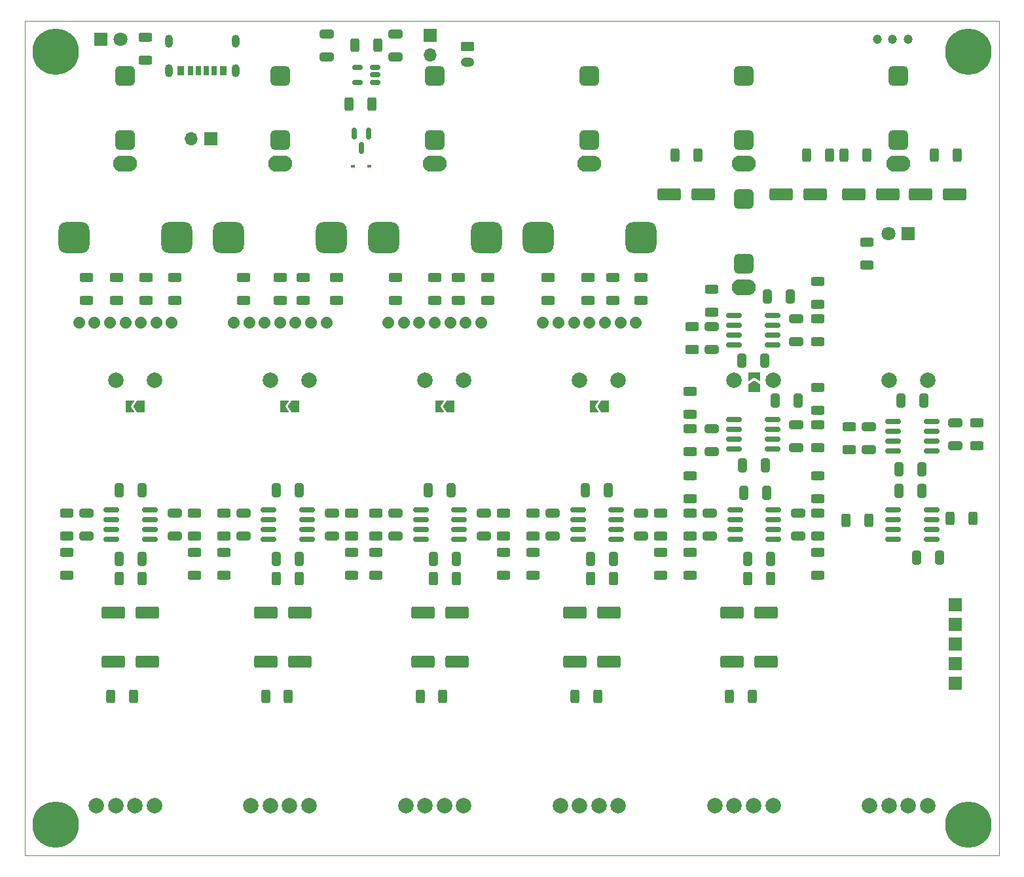
<source format=gbr>
G04 #@! TF.GenerationSoftware,KiCad,Pcbnew,(6.0.7)*
G04 #@! TF.CreationDate,2022-08-25T22:48:20+02:00*
G04 #@! TF.ProjectId,mixerli,6d697865-726c-4692-9e6b-696361645f70,rev?*
G04 #@! TF.SameCoordinates,Original*
G04 #@! TF.FileFunction,Soldermask,Bot*
G04 #@! TF.FilePolarity,Negative*
%FSLAX46Y46*%
G04 Gerber Fmt 4.6, Leading zero omitted, Abs format (unit mm)*
G04 Created by KiCad (PCBNEW (6.0.7)) date 2022-08-25 22:48:20*
%MOMM*%
%LPD*%
G01*
G04 APERTURE LIST*
G04 Aperture macros list*
%AMRoundRect*
0 Rectangle with rounded corners*
0 $1 Rounding radius*
0 $2 $3 $4 $5 $6 $7 $8 $9 X,Y pos of 4 corners*
0 Add a 4 corners polygon primitive as box body*
4,1,4,$2,$3,$4,$5,$6,$7,$8,$9,$2,$3,0*
0 Add four circle primitives for the rounded corners*
1,1,$1+$1,$2,$3*
1,1,$1+$1,$4,$5*
1,1,$1+$1,$6,$7*
1,1,$1+$1,$8,$9*
0 Add four rect primitives between the rounded corners*
20,1,$1+$1,$2,$3,$4,$5,0*
20,1,$1+$1,$4,$5,$6,$7,0*
20,1,$1+$1,$6,$7,$8,$9,0*
20,1,$1+$1,$8,$9,$2,$3,0*%
%AMFreePoly0*
4,1,30,0.174003,0.741867,0.334039,0.684881,0.477472,0.593856,0.597174,0.473315,0.687196,0.329249,0.743064,0.168820,0.762000,0.000000,0.761703,-0.021276,0.738060,-0.189502,0.677735,-0.348309,0.583726,-0.489804,0.460705,-0.606956,0.314786,-0.693941,0.153221,-0.746436,-0.015958,-0.761833,-0.184344,-0.739365,-0.343569,-0.680150,-0.485717,-0.587131,-0.603725,-0.464931,-0.691726,-0.319622,
-0.745348,-0.158429,-0.761926,0.010639,-0.740634,0.179178,-0.682532,0.338812,-0.590508,0.481606,-0.469134,0.600464,-0.324444,0.689478,-0.163628,0.744224,0.005320,0.761981,0.174003,0.741867,0.174003,0.741867,$1*%
%AMFreePoly1*
4,1,6,1.000000,0.000000,0.500000,-0.750000,-0.500000,-0.750000,-0.500000,0.750000,0.500000,0.750000,1.000000,0.000000,1.000000,0.000000,$1*%
%AMFreePoly2*
4,1,6,0.500000,-0.750000,-0.650000,-0.750000,-0.150000,0.000000,-0.650000,0.750000,0.500000,0.750000,0.500000,-0.750000,0.500000,-0.750000,$1*%
G04 Aperture macros list end*
G04 #@! TA.AperFunction,Profile*
%ADD10C,0.100000*%
G04 #@! TD*
%ADD11RoundRect,0.650000X-0.650000X-0.650000X0.650000X-0.650000X0.650000X0.650000X-0.650000X0.650000X0*%
%ADD12O,3.100000X2.100000*%
%ADD13C,2.000000*%
%ADD14R,1.800000X1.800000*%
%ADD15C,1.800000*%
%ADD16RoundRect,1.000000X-1.000000X-1.000000X1.000000X-1.000000X1.000000X1.000000X-1.000000X1.000000X0*%
%ADD17FreePoly0,0.000000*%
%ADD18R,1.700000X1.700000*%
%ADD19O,1.700000X1.700000*%
%ADD20C,6.000000*%
%ADD21RoundRect,0.250000X0.650000X-0.325000X0.650000X0.325000X-0.650000X0.325000X-0.650000X-0.325000X0*%
%ADD22RoundRect,0.250000X0.325000X0.650000X-0.325000X0.650000X-0.325000X-0.650000X0.325000X-0.650000X0*%
%ADD23RoundRect,0.250000X-0.325000X-0.650000X0.325000X-0.650000X0.325000X0.650000X-0.325000X0.650000X0*%
%ADD24RoundRect,0.250000X-0.650000X0.325000X-0.650000X-0.325000X0.650000X-0.325000X0.650000X0.325000X0*%
%ADD25RoundRect,0.250000X1.250000X0.550000X-1.250000X0.550000X-1.250000X-0.550000X1.250000X-0.550000X0*%
%ADD26RoundRect,0.250000X-1.250000X-0.550000X1.250000X-0.550000X1.250000X0.550000X-1.250000X0.550000X0*%
%ADD27RoundRect,0.250000X-0.625000X0.312500X-0.625000X-0.312500X0.625000X-0.312500X0.625000X0.312500X0*%
%ADD28RoundRect,0.250000X0.312500X0.625000X-0.312500X0.625000X-0.312500X-0.625000X0.312500X-0.625000X0*%
%ADD29RoundRect,0.250000X-0.312500X-0.625000X0.312500X-0.625000X0.312500X0.625000X-0.312500X0.625000X0*%
%ADD30RoundRect,0.250000X0.625000X-0.312500X0.625000X0.312500X-0.625000X0.312500X-0.625000X-0.312500X0*%
%ADD31RoundRect,0.150000X0.825000X0.150000X-0.825000X0.150000X-0.825000X-0.150000X0.825000X-0.150000X0*%
%ADD32RoundRect,0.150000X0.512500X0.150000X-0.512500X0.150000X-0.512500X-0.150000X0.512500X-0.150000X0*%
%ADD33R,0.700000X1.150000*%
%ADD34R,0.800000X1.150000*%
%ADD35R,0.900000X1.150000*%
%ADD36O,1.000000X1.700000*%
%ADD37FreePoly1,180.000000*%
%ADD38FreePoly2,180.000000*%
%ADD39FreePoly1,90.000000*%
%ADD40FreePoly2,90.000000*%
%ADD41RoundRect,0.250000X-0.625000X0.350000X-0.625000X-0.350000X0.625000X-0.350000X0.625000X0.350000X0*%
%ADD42O,1.750000X1.200000*%
%ADD43RoundRect,0.150000X-0.150000X0.587500X-0.150000X-0.587500X0.150000X-0.587500X0.150000X0.587500X0*%
%ADD44R,0.600000X0.450000*%
%ADD45C,1.200000*%
G04 APERTURE END LIST*
D10*
X14000000Y-88000000D02*
X14000000Y-196000000D01*
X140000000Y-88000000D02*
X14000000Y-88000000D01*
X14000000Y-196000000D02*
X140000000Y-196000000D01*
X140000000Y-88000000D02*
X140000000Y-196000000D01*
D11*
X107000000Y-119380000D03*
D12*
X107000000Y-122480000D03*
D11*
X107000000Y-111080000D03*
X127000000Y-103380000D03*
D12*
X127000000Y-106480000D03*
D11*
X127000000Y-95080000D03*
D13*
X125750000Y-189500000D03*
X123250000Y-189500000D03*
X125750000Y-134500000D03*
X130750000Y-189500000D03*
X128250000Y-189500000D03*
X130750000Y-134500000D03*
D14*
X23855000Y-90422000D03*
D15*
X26395000Y-90422000D03*
D14*
X128254000Y-115568000D03*
D15*
X125714000Y-115568000D03*
D11*
X47000000Y-103380000D03*
D12*
X47000000Y-106480000D03*
D11*
X47000000Y-95080000D03*
X67000000Y-103380000D03*
D12*
X67000000Y-106480000D03*
D11*
X67000000Y-95080000D03*
X87000000Y-103380000D03*
D12*
X87000000Y-106480000D03*
D11*
X87000000Y-95080000D03*
X107000000Y-103380000D03*
D12*
X107000000Y-106480000D03*
D11*
X107000000Y-95080000D03*
D13*
X45750000Y-189500000D03*
X43250000Y-189500000D03*
X45750000Y-134500000D03*
X50750000Y-189500000D03*
X48250000Y-189500000D03*
X50750000Y-134500000D03*
X65750000Y-189500000D03*
X63250000Y-189500000D03*
X65750000Y-134500000D03*
X70750000Y-189500000D03*
X68250000Y-189500000D03*
X70750000Y-134500000D03*
X85750000Y-189500000D03*
X83250000Y-189500000D03*
X85750000Y-134500000D03*
X90750000Y-189500000D03*
X88250000Y-189500000D03*
X90750000Y-134500000D03*
X105750000Y-189500000D03*
X103250000Y-189500000D03*
X105750000Y-134500000D03*
X110750000Y-189500000D03*
X108250000Y-189500000D03*
X110750000Y-134500000D03*
D11*
X27000000Y-103380000D03*
D12*
X27000000Y-106480000D03*
D11*
X27000000Y-95080000D03*
D13*
X25750000Y-189500000D03*
X23250000Y-189500000D03*
X25750000Y-134500000D03*
X30750000Y-189500000D03*
X28250000Y-189500000D03*
X30750000Y-134500000D03*
D16*
X33670000Y-116034000D03*
D17*
X21020000Y-127034000D03*
X33020000Y-127034000D03*
D16*
X20370000Y-116034000D03*
D17*
X23020000Y-127034000D03*
X27020000Y-127034000D03*
X31020000Y-127034000D03*
X25020000Y-127034000D03*
X29020000Y-127034000D03*
D16*
X53670000Y-116034000D03*
X40370000Y-116034000D03*
D17*
X41020000Y-127034000D03*
X53020000Y-127034000D03*
X43020000Y-127034000D03*
X47020000Y-127034000D03*
X51020000Y-127034000D03*
X45020000Y-127034000D03*
X49020000Y-127034000D03*
D16*
X60370000Y-116034000D03*
X73670000Y-116034000D03*
D17*
X61020000Y-127034000D03*
X73020000Y-127034000D03*
X63020000Y-127034000D03*
X67020000Y-127034000D03*
X71020000Y-127034000D03*
X65020000Y-127034000D03*
X69020000Y-127034000D03*
X93020000Y-127034000D03*
D16*
X93670000Y-116034000D03*
D17*
X81020000Y-127034000D03*
D16*
X80370000Y-116034000D03*
D17*
X83020000Y-127034000D03*
X87020000Y-127034000D03*
X91020000Y-127034000D03*
X85020000Y-127034000D03*
X89020000Y-127034000D03*
D18*
X38084000Y-103249000D03*
D19*
X35544000Y-103249000D03*
D20*
X18000000Y-192000000D03*
X18000000Y-92000000D03*
X136000000Y-192000000D03*
X136000000Y-92000000D03*
D21*
X113776000Y-143205000D03*
X113776000Y-140255000D03*
D22*
X109790000Y-145540000D03*
X106840000Y-145540000D03*
D23*
X111031000Y-137158000D03*
X113981000Y-137158000D03*
D21*
X113776000Y-129489000D03*
X113776000Y-126539000D03*
X102854000Y-130505000D03*
X102854000Y-127555000D03*
D24*
X134350000Y-140001000D03*
X134350000Y-142951000D03*
D21*
X123174000Y-143459000D03*
X123174000Y-140509000D03*
D25*
X116230000Y-110488000D03*
X111830000Y-110488000D03*
X101752000Y-110488000D03*
X97352000Y-110488000D03*
D22*
X129983000Y-146048000D03*
X127033000Y-146048000D03*
D23*
X127287000Y-137158000D03*
X130237000Y-137158000D03*
X129319000Y-157478000D03*
X132269000Y-157478000D03*
X127033000Y-148842000D03*
X129983000Y-148842000D03*
D25*
X134264000Y-110488000D03*
X129864000Y-110488000D03*
X125628000Y-110488000D03*
X121228000Y-110488000D03*
D26*
X45155000Y-164590000D03*
X49555000Y-164590000D03*
D25*
X49555000Y-170940000D03*
X45155000Y-170940000D03*
D24*
X21955000Y-151685000D03*
X21955000Y-154635000D03*
X53705000Y-151685000D03*
X53705000Y-154635000D03*
D22*
X29145000Y-157605000D03*
X26195000Y-157605000D03*
X49465000Y-157605000D03*
X46515000Y-157605000D03*
D23*
X26195000Y-148715000D03*
X29145000Y-148715000D03*
X46515000Y-148715000D03*
X49465000Y-148715000D03*
D26*
X65475000Y-164590000D03*
X69875000Y-164590000D03*
D25*
X69875000Y-170940000D03*
X65475000Y-170940000D03*
D24*
X73390000Y-151685000D03*
X73390000Y-154635000D03*
X61960000Y-151685000D03*
X61960000Y-154635000D03*
D22*
X69785000Y-157605000D03*
X66835000Y-157605000D03*
D23*
X66200000Y-148715000D03*
X69150000Y-148715000D03*
D26*
X85160000Y-164590000D03*
X89560000Y-164590000D03*
D25*
X89560000Y-170940000D03*
X85160000Y-170940000D03*
D24*
X93710000Y-151685000D03*
X93710000Y-154635000D03*
X82280000Y-151685000D03*
X82280000Y-154635000D03*
D22*
X90105000Y-157605000D03*
X87155000Y-157605000D03*
D23*
X86520000Y-148715000D03*
X89470000Y-148715000D03*
D26*
X105480000Y-164590000D03*
X109880000Y-164590000D03*
D25*
X109880000Y-170940000D03*
X105480000Y-170940000D03*
D24*
X114030000Y-151685000D03*
X114030000Y-154635000D03*
X102600000Y-151685000D03*
X102600000Y-154635000D03*
D22*
X110425000Y-157605000D03*
X107475000Y-157605000D03*
D23*
X106967000Y-149096000D03*
X109917000Y-149096000D03*
D21*
X53070000Y-92659000D03*
X53070000Y-89709000D03*
X61960000Y-92659000D03*
X61960000Y-89709000D03*
D27*
X116570000Y-140267500D03*
X116570000Y-143192500D03*
X100060000Y-140775500D03*
X100060000Y-143700500D03*
X116570000Y-135441500D03*
X116570000Y-138366500D03*
X100060000Y-135949500D03*
X100060000Y-138874500D03*
X116570000Y-126551500D03*
X116570000Y-129476500D03*
X100314000Y-127567500D03*
X100314000Y-130492500D03*
X116570000Y-121725500D03*
X116570000Y-124650500D03*
X102854000Y-122741500D03*
X102854000Y-125666500D03*
X137144000Y-140013500D03*
X137144000Y-142938500D03*
X120634000Y-140521500D03*
X120634000Y-143446500D03*
D28*
X118032500Y-105408000D03*
X115107500Y-105408000D03*
X136574500Y-152398000D03*
X133649500Y-152398000D03*
D29*
X120187500Y-152652000D03*
X123112500Y-152652000D03*
D28*
X134542500Y-105408000D03*
X131617500Y-105408000D03*
D29*
X119933500Y-105408000D03*
X122858500Y-105408000D03*
D27*
X35925000Y-156777500D03*
X35925000Y-159702500D03*
X19415000Y-156777500D03*
X19415000Y-159702500D03*
X56245000Y-156777500D03*
X56245000Y-159702500D03*
X39735000Y-156777500D03*
X39735000Y-159702500D03*
D29*
X26207500Y-160145000D03*
X29132500Y-160145000D03*
X46527500Y-160145000D03*
X49452500Y-160145000D03*
D28*
X48062500Y-175385000D03*
X45137500Y-175385000D03*
D27*
X35925000Y-151697500D03*
X35925000Y-154622500D03*
X19415000Y-151697500D03*
X19415000Y-154622500D03*
X56245000Y-151697500D03*
X56245000Y-154622500D03*
X75930000Y-156777500D03*
X75930000Y-159702500D03*
X59420000Y-156777500D03*
X59420000Y-159702500D03*
D29*
X66847500Y-160145000D03*
X69772500Y-160145000D03*
D28*
X68062500Y-175385000D03*
X65137500Y-175385000D03*
D27*
X75930000Y-151697500D03*
X75930000Y-154622500D03*
X59420000Y-151697500D03*
X59420000Y-154622500D03*
D30*
X21955000Y-124142500D03*
X21955000Y-121217500D03*
X33385000Y-124142500D03*
X33385000Y-121217500D03*
X25892000Y-124142500D03*
X25892000Y-121217500D03*
X29702000Y-124142500D03*
X29702000Y-121217500D03*
X42275000Y-124142500D03*
X42275000Y-121217500D03*
X54340000Y-124142500D03*
X54340000Y-121217500D03*
X47037500Y-124142500D03*
X47037500Y-121217500D03*
X50022000Y-124142500D03*
X50022000Y-121217500D03*
X61960000Y-124142500D03*
X61960000Y-121217500D03*
X73898000Y-124142500D03*
X73898000Y-121217500D03*
X66976500Y-124142500D03*
X66976500Y-121217500D03*
X70024500Y-124142500D03*
X70024500Y-121217500D03*
X81645000Y-124142500D03*
X81645000Y-121217500D03*
X93710000Y-124142500D03*
X93710000Y-121217500D03*
X86852000Y-124142500D03*
X86852000Y-121217500D03*
X90027000Y-124142500D03*
X90027000Y-121217500D03*
X116570000Y-149796500D03*
X116570000Y-146871500D03*
X100060000Y-149796500D03*
X100060000Y-146871500D03*
D27*
X96250000Y-156777500D03*
X96250000Y-159702500D03*
X79740000Y-156777500D03*
X79740000Y-159702500D03*
D29*
X87167500Y-160145000D03*
X90092500Y-160145000D03*
D28*
X88062500Y-175385000D03*
X85137500Y-175385000D03*
D27*
X96250000Y-151697500D03*
X96250000Y-154622500D03*
X79740000Y-151697500D03*
X79740000Y-154622500D03*
X116570000Y-156777500D03*
X116570000Y-159702500D03*
X100060000Y-156777500D03*
X100060000Y-159702500D03*
D29*
X107487500Y-160145000D03*
X110412500Y-160145000D03*
D28*
X108062500Y-175385000D03*
X105137500Y-175385000D03*
D27*
X116570000Y-151697500D03*
X116570000Y-154622500D03*
X100060000Y-151697500D03*
X100060000Y-154622500D03*
D29*
X56687500Y-91184000D03*
X59612500Y-91184000D03*
D30*
X122920000Y-119570500D03*
X122920000Y-116645500D03*
D31*
X110663000Y-139571000D03*
X110663000Y-140841000D03*
X110663000Y-142111000D03*
X110663000Y-143381000D03*
X105713000Y-143381000D03*
X105713000Y-142111000D03*
X105713000Y-140841000D03*
X105713000Y-139571000D03*
X110663000Y-126109000D03*
X110663000Y-127379000D03*
X110663000Y-128649000D03*
X110663000Y-129919000D03*
X105713000Y-129919000D03*
X105713000Y-128649000D03*
X105713000Y-127379000D03*
X105713000Y-126109000D03*
X131237000Y-139825000D03*
X131237000Y-141095000D03*
X131237000Y-142365000D03*
X131237000Y-143635000D03*
X126287000Y-143635000D03*
X126287000Y-142365000D03*
X126287000Y-141095000D03*
X126287000Y-139825000D03*
X131237000Y-151255000D03*
X131237000Y-152525000D03*
X131237000Y-153795000D03*
X131237000Y-155065000D03*
X126287000Y-155065000D03*
X126287000Y-153795000D03*
X126287000Y-152525000D03*
X126287000Y-151255000D03*
X30145000Y-151255000D03*
X30145000Y-152525000D03*
X30145000Y-153795000D03*
X30145000Y-155065000D03*
X25195000Y-155065000D03*
X25195000Y-153795000D03*
X25195000Y-152525000D03*
X25195000Y-151255000D03*
X50465000Y-151255000D03*
X50465000Y-152525000D03*
X50465000Y-153795000D03*
X50465000Y-155065000D03*
X45515000Y-155065000D03*
X45515000Y-153795000D03*
X45515000Y-152525000D03*
X45515000Y-151255000D03*
X70150000Y-151255000D03*
X70150000Y-152525000D03*
X70150000Y-153795000D03*
X70150000Y-155065000D03*
X65200000Y-155065000D03*
X65200000Y-153795000D03*
X65200000Y-152525000D03*
X65200000Y-151255000D03*
X90470000Y-151255000D03*
X90470000Y-152525000D03*
X90470000Y-153795000D03*
X90470000Y-155065000D03*
X85520000Y-155065000D03*
X85520000Y-153795000D03*
X85520000Y-152525000D03*
X85520000Y-151255000D03*
X110790000Y-151255000D03*
X110790000Y-152525000D03*
X110790000Y-153795000D03*
X110790000Y-155065000D03*
X105840000Y-155065000D03*
X105840000Y-153795000D03*
X105840000Y-152525000D03*
X105840000Y-151255000D03*
D32*
X59287500Y-94044000D03*
X59287500Y-94994000D03*
X59287500Y-95944000D03*
X57012500Y-95944000D03*
X57012500Y-94044000D03*
D26*
X25470000Y-164590000D03*
X29870000Y-164590000D03*
D25*
X29870000Y-170940000D03*
X25470000Y-170940000D03*
D28*
X101014500Y-105408000D03*
X98089500Y-105408000D03*
D24*
X33385000Y-151685000D03*
X33385000Y-154635000D03*
D27*
X39735000Y-151697500D03*
X39735000Y-154622500D03*
D24*
X42275000Y-151685000D03*
X42275000Y-154635000D03*
D28*
X28062500Y-175385000D03*
X25137500Y-175385000D03*
D21*
X102854000Y-143713000D03*
X102854000Y-140763000D03*
D22*
X109663000Y-131934000D03*
X106713000Y-131934000D03*
D23*
X110015000Y-123696000D03*
X112965000Y-123696000D03*
D33*
X36441000Y-94476000D03*
D34*
X38461000Y-94476000D03*
D35*
X39691000Y-94476000D03*
D33*
X37441000Y-94476000D03*
D34*
X35421000Y-94476000D03*
D35*
X34191000Y-94476000D03*
D36*
X41261000Y-94476000D03*
X32621000Y-94476000D03*
X32621000Y-90676000D03*
X41261000Y-90676000D03*
D27*
X29575000Y-90168000D03*
X29575000Y-93093000D03*
D37*
X48969000Y-137920000D03*
D38*
X47519000Y-137920000D03*
D37*
X69035000Y-137920000D03*
D38*
X67585000Y-137920000D03*
D37*
X89064000Y-137920000D03*
D38*
X87614000Y-137920000D03*
D39*
X108315000Y-135470000D03*
D40*
X108315000Y-134020000D03*
D18*
X134284000Y-163534000D03*
X134284000Y-166074000D03*
X134284000Y-168614000D03*
X134284000Y-171154000D03*
X134284000Y-173694000D03*
D29*
X55925500Y-98804000D03*
X58850500Y-98804000D03*
D18*
X66420000Y-89834000D03*
D19*
X66420000Y-92374000D03*
D41*
X71270000Y-91334000D03*
D42*
X71270000Y-93334000D03*
D43*
X56565000Y-102565500D03*
X58465000Y-102565500D03*
X57515000Y-104440500D03*
D44*
X58565000Y-106805000D03*
X56465000Y-106805000D03*
D37*
X29030000Y-137920000D03*
D38*
X27580000Y-137920000D03*
D45*
X124222000Y-90422000D03*
X126222000Y-90422000D03*
X128222000Y-90422000D03*
M02*

</source>
